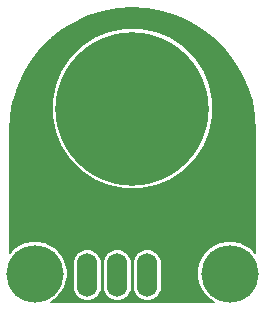
<source format=gbl>
G04 #@! TF.GenerationSoftware,KiCad,Pcbnew,5.0.2-bee76a0~70~ubuntu18.04.1*
G04 #@! TF.CreationDate,2019-03-09T17:32:09+01:00*
G04 #@! TF.ProjectId,touchsense6,746f7563-6873-4656-9e73-65362e6b6963,0_1*
G04 #@! TF.SameCoordinates,Original*
G04 #@! TF.FileFunction,Copper,L2,Bot*
G04 #@! TF.FilePolarity,Positive*
%FSLAX46Y46*%
G04 Gerber Fmt 4.6, Leading zero omitted, Abs format (unit mm)*
G04 Created by KiCad (PCBNEW 5.0.2-bee76a0~70~ubuntu18.04.1) date 2019-03-09T17:32:09 CET*
%MOMM*%
%LPD*%
G01*
G04 APERTURE LIST*
G04 #@! TA.AperFunction,ComponentPad*
%ADD10C,4.850000*%
G04 #@! TD*
G04 #@! TA.AperFunction,ComponentPad*
%ADD11R,1.727200X3.700000*%
G04 #@! TD*
G04 #@! TA.AperFunction,ComponentPad*
%ADD12O,1.727200X3.700000*%
G04 #@! TD*
G04 #@! TA.AperFunction,ComponentPad*
%ADD13C,13.000000*%
G04 #@! TD*
G04 #@! TA.AperFunction,Conductor*
%ADD14C,0.200000*%
G04 #@! TD*
G04 APERTURE END LIST*
D10*
G04 #@! TO.P,S1,1*
G04 #@! TO.N,N/C*
X29845000Y-43180000D03*
G04 #@! TD*
G04 #@! TO.P,S1,1*
G04 #@! TO.N,N/C*
X46355000Y-43180000D03*
G04 #@! TD*
D11*
G04 #@! TO.P,P1,1*
G04 #@! TO.N,GND*
X41910000Y-43315000D03*
D12*
G04 #@! TO.P,P1,2*
G04 #@! TO.N,Net-(P1-Pad2)*
X39370000Y-43315000D03*
G04 #@! TO.P,P1,3*
G04 #@! TO.N,Net-(P1-Pad3)*
X36830000Y-43315000D03*
G04 #@! TO.P,P1,4*
G04 #@! TO.N,VCC*
X34290000Y-43315000D03*
G04 #@! TD*
D13*
G04 #@! TO.P,P2,1*
G04 #@! TO.N,Net-(C1-Pad1)*
X38100000Y-29210000D03*
G04 #@! TD*
D14*
G04 #@! TO.N,GND*
G36*
X39348738Y-20796008D02*
X40579379Y-21020763D01*
X41774115Y-21391739D01*
X42915622Y-21903555D01*
X43987382Y-22548807D01*
X44973857Y-23318140D01*
X45860757Y-24200408D01*
X46635249Y-25182845D01*
X47286102Y-26251210D01*
X47803890Y-27390024D01*
X48181115Y-28582799D01*
X48412311Y-29812251D01*
X48494886Y-31072098D01*
X48495001Y-31116047D01*
X48505385Y-41405943D01*
X48123959Y-41024517D01*
X47669455Y-40720827D01*
X47164438Y-40511642D01*
X46628314Y-40405000D01*
X46081686Y-40405000D01*
X45545562Y-40511642D01*
X45040545Y-40720827D01*
X44586041Y-41024517D01*
X44199517Y-41411041D01*
X43895827Y-41865545D01*
X43686642Y-42370562D01*
X43580000Y-42906686D01*
X43580000Y-43453314D01*
X43686642Y-43989438D01*
X43895827Y-44494455D01*
X44199517Y-44948959D01*
X44586041Y-45335483D01*
X45011851Y-45620000D01*
X31188149Y-45620000D01*
X31613959Y-45335483D01*
X32000483Y-44948959D01*
X32304173Y-44494455D01*
X32359444Y-44361018D01*
X33076400Y-44361018D01*
X33093960Y-44539306D01*
X33163355Y-44768071D01*
X33276046Y-44978901D01*
X33427703Y-45163697D01*
X33612498Y-45315354D01*
X33823328Y-45428045D01*
X34052093Y-45497440D01*
X34290000Y-45520872D01*
X34527906Y-45497440D01*
X34756671Y-45428045D01*
X34967501Y-45315354D01*
X35152297Y-45163697D01*
X35303954Y-44978902D01*
X35416645Y-44768072D01*
X35486040Y-44539307D01*
X35503600Y-44361019D01*
X35503600Y-44361018D01*
X35616400Y-44361018D01*
X35633960Y-44539306D01*
X35703355Y-44768071D01*
X35816046Y-44978901D01*
X35967703Y-45163697D01*
X36152498Y-45315354D01*
X36363328Y-45428045D01*
X36592093Y-45497440D01*
X36830000Y-45520872D01*
X37067906Y-45497440D01*
X37296671Y-45428045D01*
X37507501Y-45315354D01*
X37692297Y-45163697D01*
X37843954Y-44978902D01*
X37956645Y-44768072D01*
X38026040Y-44539307D01*
X38043600Y-44361019D01*
X38043600Y-44361018D01*
X38156400Y-44361018D01*
X38173960Y-44539306D01*
X38243355Y-44768071D01*
X38356046Y-44978901D01*
X38507703Y-45163697D01*
X38692498Y-45315354D01*
X38903328Y-45428045D01*
X39132093Y-45497440D01*
X39370000Y-45520872D01*
X39607906Y-45497440D01*
X39836671Y-45428045D01*
X40047501Y-45315354D01*
X40232297Y-45163697D01*
X40383954Y-44978902D01*
X40496645Y-44768072D01*
X40566040Y-44539307D01*
X40583600Y-44361019D01*
X40583600Y-42268981D01*
X40566040Y-42090693D01*
X40496645Y-41861928D01*
X40383954Y-41651098D01*
X40232297Y-41466303D01*
X40047502Y-41314646D01*
X39836672Y-41201955D01*
X39607907Y-41132560D01*
X39370000Y-41109128D01*
X39132094Y-41132560D01*
X38903329Y-41201955D01*
X38692499Y-41314646D01*
X38507704Y-41466303D01*
X38356047Y-41651098D01*
X38243356Y-41861928D01*
X38173961Y-42090693D01*
X38156401Y-42268981D01*
X38156400Y-44361018D01*
X38043600Y-44361018D01*
X38043600Y-42268981D01*
X38026040Y-42090693D01*
X37956645Y-41861928D01*
X37843954Y-41651098D01*
X37692297Y-41466303D01*
X37507502Y-41314646D01*
X37296672Y-41201955D01*
X37067907Y-41132560D01*
X36830000Y-41109128D01*
X36592094Y-41132560D01*
X36363329Y-41201955D01*
X36152499Y-41314646D01*
X35967704Y-41466303D01*
X35816047Y-41651098D01*
X35703356Y-41861928D01*
X35633961Y-42090693D01*
X35616401Y-42268981D01*
X35616400Y-44361018D01*
X35503600Y-44361018D01*
X35503600Y-42268981D01*
X35486040Y-42090693D01*
X35416645Y-41861928D01*
X35303954Y-41651098D01*
X35152297Y-41466303D01*
X34967502Y-41314646D01*
X34756672Y-41201955D01*
X34527907Y-41132560D01*
X34290000Y-41109128D01*
X34052094Y-41132560D01*
X33823329Y-41201955D01*
X33612499Y-41314646D01*
X33427704Y-41466303D01*
X33276047Y-41651098D01*
X33163356Y-41861928D01*
X33093961Y-42090693D01*
X33076401Y-42268981D01*
X33076400Y-44361018D01*
X32359444Y-44361018D01*
X32513358Y-43989438D01*
X32620000Y-43453314D01*
X32620000Y-42906686D01*
X32513358Y-42370562D01*
X32304173Y-41865545D01*
X32000483Y-41411041D01*
X31613959Y-41024517D01*
X31159455Y-40720827D01*
X30654438Y-40511642D01*
X30118314Y-40405000D01*
X29571686Y-40405000D01*
X29035562Y-40511642D01*
X28530545Y-40720827D01*
X28076041Y-41024517D01*
X27698080Y-41402478D01*
X27704992Y-31127182D01*
X27781008Y-29866262D01*
X28005763Y-28635621D01*
X28036902Y-28535334D01*
X31250000Y-28535334D01*
X31250000Y-29884666D01*
X31513242Y-31208071D01*
X32029609Y-32454692D01*
X32779258Y-33576620D01*
X33733380Y-34530742D01*
X34855308Y-35280391D01*
X36101929Y-35796758D01*
X37425334Y-36060000D01*
X38774666Y-36060000D01*
X40098071Y-35796758D01*
X41344692Y-35280391D01*
X42466620Y-34530742D01*
X43420742Y-33576620D01*
X44170391Y-32454692D01*
X44686758Y-31208071D01*
X44950000Y-29884666D01*
X44950000Y-28535334D01*
X44686758Y-27211929D01*
X44170391Y-25965308D01*
X43420742Y-24843380D01*
X42466620Y-23889258D01*
X41344692Y-23139609D01*
X40098071Y-22623242D01*
X38774666Y-22360000D01*
X37425334Y-22360000D01*
X36101929Y-22623242D01*
X34855308Y-23139609D01*
X33733380Y-23889258D01*
X32779258Y-24843380D01*
X32029609Y-25965308D01*
X31513242Y-27211929D01*
X31250000Y-28535334D01*
X28036902Y-28535334D01*
X28376739Y-27440885D01*
X28888555Y-26299378D01*
X29533807Y-25227618D01*
X30303140Y-24241143D01*
X31185408Y-23354243D01*
X32167845Y-22579751D01*
X33236210Y-21928898D01*
X34375024Y-21411110D01*
X35567799Y-21033885D01*
X36797251Y-20802689D01*
X38057098Y-20720114D01*
X38088484Y-20720032D01*
X39348738Y-20796008D01*
X39348738Y-20796008D01*
G37*
X39348738Y-20796008D02*
X40579379Y-21020763D01*
X41774115Y-21391739D01*
X42915622Y-21903555D01*
X43987382Y-22548807D01*
X44973857Y-23318140D01*
X45860757Y-24200408D01*
X46635249Y-25182845D01*
X47286102Y-26251210D01*
X47803890Y-27390024D01*
X48181115Y-28582799D01*
X48412311Y-29812251D01*
X48494886Y-31072098D01*
X48495001Y-31116047D01*
X48505385Y-41405943D01*
X48123959Y-41024517D01*
X47669455Y-40720827D01*
X47164438Y-40511642D01*
X46628314Y-40405000D01*
X46081686Y-40405000D01*
X45545562Y-40511642D01*
X45040545Y-40720827D01*
X44586041Y-41024517D01*
X44199517Y-41411041D01*
X43895827Y-41865545D01*
X43686642Y-42370562D01*
X43580000Y-42906686D01*
X43580000Y-43453314D01*
X43686642Y-43989438D01*
X43895827Y-44494455D01*
X44199517Y-44948959D01*
X44586041Y-45335483D01*
X45011851Y-45620000D01*
X31188149Y-45620000D01*
X31613959Y-45335483D01*
X32000483Y-44948959D01*
X32304173Y-44494455D01*
X32359444Y-44361018D01*
X33076400Y-44361018D01*
X33093960Y-44539306D01*
X33163355Y-44768071D01*
X33276046Y-44978901D01*
X33427703Y-45163697D01*
X33612498Y-45315354D01*
X33823328Y-45428045D01*
X34052093Y-45497440D01*
X34290000Y-45520872D01*
X34527906Y-45497440D01*
X34756671Y-45428045D01*
X34967501Y-45315354D01*
X35152297Y-45163697D01*
X35303954Y-44978902D01*
X35416645Y-44768072D01*
X35486040Y-44539307D01*
X35503600Y-44361019D01*
X35503600Y-44361018D01*
X35616400Y-44361018D01*
X35633960Y-44539306D01*
X35703355Y-44768071D01*
X35816046Y-44978901D01*
X35967703Y-45163697D01*
X36152498Y-45315354D01*
X36363328Y-45428045D01*
X36592093Y-45497440D01*
X36830000Y-45520872D01*
X37067906Y-45497440D01*
X37296671Y-45428045D01*
X37507501Y-45315354D01*
X37692297Y-45163697D01*
X37843954Y-44978902D01*
X37956645Y-44768072D01*
X38026040Y-44539307D01*
X38043600Y-44361019D01*
X38043600Y-44361018D01*
X38156400Y-44361018D01*
X38173960Y-44539306D01*
X38243355Y-44768071D01*
X38356046Y-44978901D01*
X38507703Y-45163697D01*
X38692498Y-45315354D01*
X38903328Y-45428045D01*
X39132093Y-45497440D01*
X39370000Y-45520872D01*
X39607906Y-45497440D01*
X39836671Y-45428045D01*
X40047501Y-45315354D01*
X40232297Y-45163697D01*
X40383954Y-44978902D01*
X40496645Y-44768072D01*
X40566040Y-44539307D01*
X40583600Y-44361019D01*
X40583600Y-42268981D01*
X40566040Y-42090693D01*
X40496645Y-41861928D01*
X40383954Y-41651098D01*
X40232297Y-41466303D01*
X40047502Y-41314646D01*
X39836672Y-41201955D01*
X39607907Y-41132560D01*
X39370000Y-41109128D01*
X39132094Y-41132560D01*
X38903329Y-41201955D01*
X38692499Y-41314646D01*
X38507704Y-41466303D01*
X38356047Y-41651098D01*
X38243356Y-41861928D01*
X38173961Y-42090693D01*
X38156401Y-42268981D01*
X38156400Y-44361018D01*
X38043600Y-44361018D01*
X38043600Y-42268981D01*
X38026040Y-42090693D01*
X37956645Y-41861928D01*
X37843954Y-41651098D01*
X37692297Y-41466303D01*
X37507502Y-41314646D01*
X37296672Y-41201955D01*
X37067907Y-41132560D01*
X36830000Y-41109128D01*
X36592094Y-41132560D01*
X36363329Y-41201955D01*
X36152499Y-41314646D01*
X35967704Y-41466303D01*
X35816047Y-41651098D01*
X35703356Y-41861928D01*
X35633961Y-42090693D01*
X35616401Y-42268981D01*
X35616400Y-44361018D01*
X35503600Y-44361018D01*
X35503600Y-42268981D01*
X35486040Y-42090693D01*
X35416645Y-41861928D01*
X35303954Y-41651098D01*
X35152297Y-41466303D01*
X34967502Y-41314646D01*
X34756672Y-41201955D01*
X34527907Y-41132560D01*
X34290000Y-41109128D01*
X34052094Y-41132560D01*
X33823329Y-41201955D01*
X33612499Y-41314646D01*
X33427704Y-41466303D01*
X33276047Y-41651098D01*
X33163356Y-41861928D01*
X33093961Y-42090693D01*
X33076401Y-42268981D01*
X33076400Y-44361018D01*
X32359444Y-44361018D01*
X32513358Y-43989438D01*
X32620000Y-43453314D01*
X32620000Y-42906686D01*
X32513358Y-42370562D01*
X32304173Y-41865545D01*
X32000483Y-41411041D01*
X31613959Y-41024517D01*
X31159455Y-40720827D01*
X30654438Y-40511642D01*
X30118314Y-40405000D01*
X29571686Y-40405000D01*
X29035562Y-40511642D01*
X28530545Y-40720827D01*
X28076041Y-41024517D01*
X27698080Y-41402478D01*
X27704992Y-31127182D01*
X27781008Y-29866262D01*
X28005763Y-28635621D01*
X28036902Y-28535334D01*
X31250000Y-28535334D01*
X31250000Y-29884666D01*
X31513242Y-31208071D01*
X32029609Y-32454692D01*
X32779258Y-33576620D01*
X33733380Y-34530742D01*
X34855308Y-35280391D01*
X36101929Y-35796758D01*
X37425334Y-36060000D01*
X38774666Y-36060000D01*
X40098071Y-35796758D01*
X41344692Y-35280391D01*
X42466620Y-34530742D01*
X43420742Y-33576620D01*
X44170391Y-32454692D01*
X44686758Y-31208071D01*
X44950000Y-29884666D01*
X44950000Y-28535334D01*
X44686758Y-27211929D01*
X44170391Y-25965308D01*
X43420742Y-24843380D01*
X42466620Y-23889258D01*
X41344692Y-23139609D01*
X40098071Y-22623242D01*
X38774666Y-22360000D01*
X37425334Y-22360000D01*
X36101929Y-22623242D01*
X34855308Y-23139609D01*
X33733380Y-23889258D01*
X32779258Y-24843380D01*
X32029609Y-25965308D01*
X31513242Y-27211929D01*
X31250000Y-28535334D01*
X28036902Y-28535334D01*
X28376739Y-27440885D01*
X28888555Y-26299378D01*
X29533807Y-25227618D01*
X30303140Y-24241143D01*
X31185408Y-23354243D01*
X32167845Y-22579751D01*
X33236210Y-21928898D01*
X34375024Y-21411110D01*
X35567799Y-21033885D01*
X36797251Y-20802689D01*
X38057098Y-20720114D01*
X38088484Y-20720032D01*
X39348738Y-20796008D01*
G04 #@! TD*
M02*

</source>
